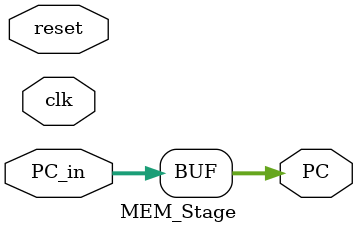
<source format=sv>
`timescale 1ns/1ns
module MEM_Stage(input clk,reset,
                input [31:0] PC_in,
                output [31:0] PC);
                
        assign  PC = PC_in;
                
endmodule
</source>
